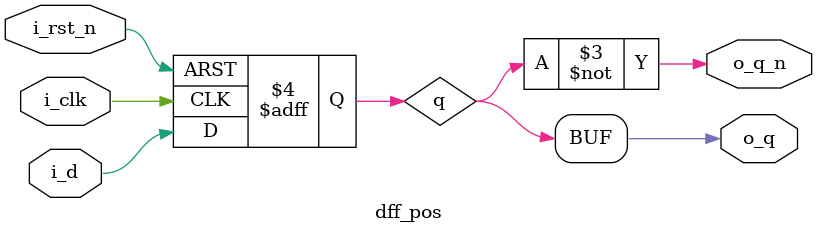
<source format=v>
module dff_pos(
  input  wire i_clk,
  input  wire i_rst_n,
  input  wire i_d,
  output wire o_q,
  output wire o_q_n
);

  reg q;

  always @(posedge i_clk, negedge i_rst_n) begin
    if(!i_rst_n)
      q <= 'b0;
    else
      q <= i_d;
  end

  assign o_q = q;
  assign o_q_n = ~q;

endmodule
</source>
